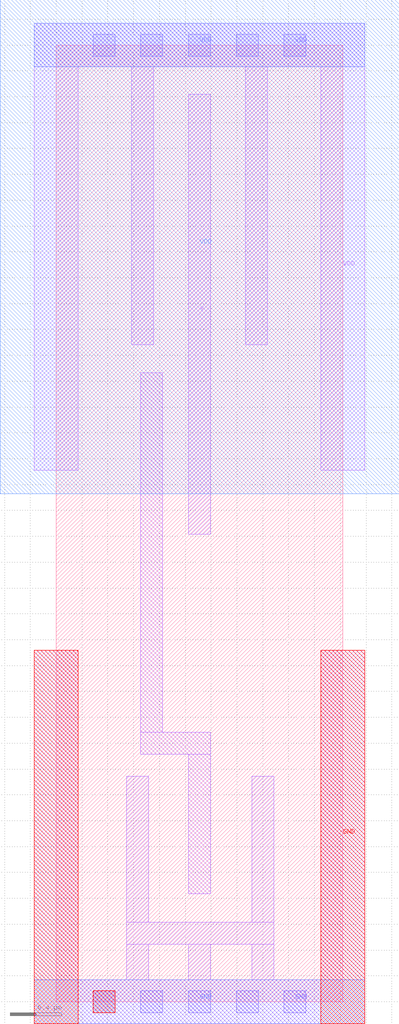
<source format=lef>
VERSION 5.7 ;
  NOWIREEXTENSIONATPIN ON ;
  DIVIDERCHAR "/" ;
  BUSBITCHARS "[]" ;
MACRO TIEHI
  CLASS CORE WELLTAP ;
  FOREIGN TIEHI ;
  ORIGIN 0.000 0.000 ;
  SIZE 2.220 BY 7.400 ;
  SYMMETRY X Y R90 ;
  SITE unitrh ;
  PIN Y
    DIRECTION OUTPUT ;
    USE SIGNAL ;
    ANTENNADIFFAREA 0.580000 ;
    PORT
      LAYER li1 ;
        RECT 1.025 3.615 1.195 7.020 ;
    END
  END Y
  PIN VDD
    DIRECTION INOUT ;
    USE POWER ;
    SHAPE ABUTMENT ;
    PORT
      LAYER nwell ;
        RECT -0.435 3.930 2.655 7.750 ;
      LAYER li1 ;
        RECT -0.170 7.230 2.390 7.570 ;
        RECT -0.170 4.110 0.170 7.230 ;
        RECT 0.585 5.080 0.755 7.230 ;
        RECT 1.465 5.080 1.635 7.230 ;
        RECT 2.050 4.110 2.390 7.230 ;
      LAYER mcon ;
        RECT 0.285 7.315 0.455 7.485 ;
        RECT 0.655 7.315 0.825 7.485 ;
        RECT 1.025 7.315 1.195 7.485 ;
        RECT 1.395 7.315 1.565 7.485 ;
        RECT 1.765 7.315 1.935 7.485 ;
      LAYER met1 ;
        RECT -0.170 7.230 2.390 7.570 ;
    END
  END VDD
  PIN GND
    DIRECTION INOUT ;
    USE GROUND ;
    SHAPE ABUTMENT ;
    PORT
      LAYER pwell ;
        RECT -0.170 -0.170 0.170 2.720 ;
        RECT 0.285 -0.085 0.455 0.085 ;
        RECT 2.050 -0.170 2.390 2.720 ;
      LAYER li1 ;
        RECT -0.170 0.170 0.170 2.720 ;
        RECT 0.545 0.615 0.715 1.745 ;
        RECT 1.515 0.615 1.685 1.745 ;
        RECT 0.545 0.445 1.685 0.615 ;
        RECT 0.545 0.170 0.715 0.445 ;
        RECT 1.025 0.170 1.195 0.445 ;
        RECT 1.515 0.170 1.685 0.445 ;
        RECT 2.050 0.170 2.390 2.720 ;
        RECT -0.170 -0.170 2.390 0.170 ;
      LAYER mcon ;
        RECT 0.285 -0.085 0.455 0.085 ;
        RECT 0.655 -0.085 0.825 0.085 ;
        RECT 1.025 -0.085 1.195 0.085 ;
        RECT 1.395 -0.085 1.565 0.085 ;
        RECT 1.765 -0.085 1.935 0.085 ;
      LAYER met1 ;
        RECT -0.170 -0.170 2.390 0.170 ;
    END
  END GND
  OBS
      LAYER li1 ;
        RECT 0.655 2.085 0.825 4.865 ;
        RECT 0.655 1.915 1.195 2.085 ;
        RECT 1.025 0.835 1.195 1.915 ;
  END
END TIEHI
END LIBRARY


</source>
